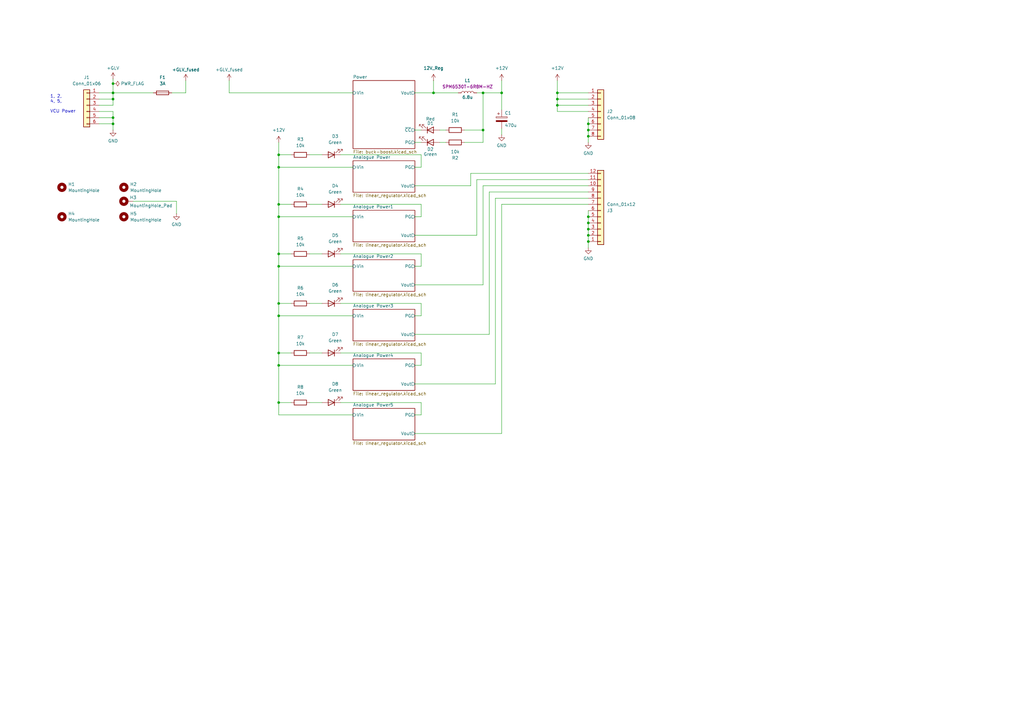
<source format=kicad_sch>
(kicad_sch (version 20250114) (generator "eeschema") (generator_version "9.0")
  (paper "A3")
  (lib_symbols
    (symbol "Connector_Generic:Conn_01x06" (pin_names (offset 1.016) (hide yes))
      (property "Reference" "J" (at 0 7.62 0))
      (property "Value" "Conn_01x06" (at 0 -10.16 0))
      (symbol "Conn_01x06_1_1"
        (rectangle (start -1.27 6.35) (end 1.27 -8.89) (stroke (width 0.254)) (fill (type background)))
        (rectangle (start -1.27 5.207) (end 0 4.953) (stroke (width 0.1524)))
        (rectangle (start -1.27 2.667) (end 0 2.413) (stroke (width 0.1524)))
        (rectangle (start -1.27 0.127) (end 0 -0.127) (stroke (width 0.1524)))
        (rectangle (start -1.27 -2.413) (end 0 -2.667) (stroke (width 0.1524)))
        (rectangle (start -1.27 -4.953) (end 0 -5.207) (stroke (width 0.1524)))
        (rectangle (start -1.27 -7.493) (end 0 -7.747) (stroke (width 0.1524)))
        (pin passive line (at -5.08 5.08 0) (length 3.81) (name "Pin_1") (number "1"))
        (pin passive line (at -5.08 2.54 0) (length 3.81) (name "Pin_2") (number "2"))
        (pin passive line (at -5.08 0 0) (length 3.81) (name "Pin_3") (number "3"))
        (pin passive line (at -5.08 -2.54 0) (length 3.81) (name "Pin_4") (number "4"))
        (pin passive line (at -5.08 -5.08 0) (length 3.81) (name "Pin_5") (number "5"))
        (pin passive line (at -5.08 -7.62 0) (length 3.81) (name "Pin_6") (number "6"))
      )
    )
    (symbol "Connector_Generic:Conn_01x08" (pin_names (offset 1.016) (hide yes))
      (property "Reference" "J" (at 0 10.16 0))
      (property "Value" "Conn_01x08" (at 0 -12.7 0))
      (symbol "Conn_01x08_1_1"
        (rectangle (start -1.27 8.89) (end 1.27 -11.43) (stroke (width 0.254)) (fill (type background)))
        (rectangle (start -1.27 7.747) (end 0 7.493) (stroke (width 0.1524)))
        (rectangle (start -1.27 5.207) (end 0 4.953) (stroke (width 0.1524)))
        (rectangle (start -1.27 2.667) (end 0 2.413) (stroke (width 0.1524)))
        (rectangle (start -1.27 0.127) (end 0 -0.127) (stroke (width 0.1524)))
        (rectangle (start -1.27 -2.413) (end 0 -2.667) (stroke (width 0.1524)))
        (rectangle (start -1.27 -4.953) (end 0 -5.207) (stroke (width 0.1524)))
        (rectangle (start -1.27 -7.493) (end 0 -7.747) (stroke (width 0.1524)))
        (rectangle (start -1.27 -10.033) (end 0 -10.287) (stroke (width 0.1524)))
        (pin passive line (at -5.08 7.62 0) (length 3.81) (name "Pin_1") (number "1"))
        (pin passive line (at -5.08 5.08 0) (length 3.81) (name "Pin_2") (number "2"))
        (pin passive line (at -5.08 2.54 0) (length 3.81) (name "Pin_3") (number "3"))
        (pin passive line (at -5.08 0 0) (length 3.81) (name "Pin_4") (number "4"))
        (pin passive line (at -5.08 -2.54 0) (length 3.81) (name "Pin_5") (number "5"))
        (pin passive line (at -5.08 -5.08 0) (length 3.81) (name "Pin_6") (number "6"))
        (pin passive line (at -5.08 -7.62 0) (length 3.81) (name "Pin_7") (number "7"))
        (pin passive line (at -5.08 -10.16 0) (length 3.81) (name "Pin_8") (number "8"))
      )
    )
    (symbol "Connector_Generic:Conn_01x12" (pin_names (offset 1.016) (hide yes))
      (property "Reference" "J" (at 0 15.24 0))
      (property "Value" "Conn_01x12" (at 0 -17.78 0))
      (symbol "Conn_01x12_1_1"
        (rectangle (start -1.27 13.97) (end 1.27 -16.51) (stroke (width 0.254)) (fill (type background)))
        (rectangle (start -1.27 12.827) (end 0 12.573) (stroke (width 0.1524)))
        (rectangle (start -1.27 10.287) (end 0 10.033) (stroke (width 0.1524)))
        (rectangle (start -1.27 7.747) (end 0 7.493) (stroke (width 0.1524)))
        (rectangle (start -1.27 5.207) (end 0 4.953) (stroke (width 0.1524)))
        (rectangle (start -1.27 2.667) (end 0 2.413) (stroke (width 0.1524)))
        (rectangle (start -1.27 0.127) (end 0 -0.127) (stroke (width 0.1524)))
        (rectangle (start -1.27 -2.413) (end 0 -2.667) (stroke (width 0.1524)))
        (rectangle (start -1.27 -4.953) (end 0 -5.207) (stroke (width 0.1524)))
        (rectangle (start -1.27 -7.493) (end 0 -7.747) (stroke (width 0.1524)))
        (rectangle (start -1.27 -10.033) (end 0 -10.287) (stroke (width 0.1524)))
        (rectangle (start -1.27 -12.573) (end 0 -12.827) (stroke (width 0.1524)))
        (rectangle (start -1.27 -15.113) (end 0 -15.367) (stroke (width 0.1524)))
        (pin passive line (at -5.08 12.7 0) (length 3.81) (name "Pin_1") (number "1"))
        (pin passive line (at -5.08 10.16 0) (length 3.81) (name "Pin_2") (number "2"))
        (pin passive line (at -5.08 7.62 0) (length 3.81) (name "Pin_3") (number "3"))
        (pin passive line (at -5.08 5.08 0) (length 3.81) (name "Pin_4") (number "4"))
        (pin passive line (at -5.08 2.54 0) (length 3.81) (name "Pin_5") (number "5"))
        (pin passive line (at -5.08 0 0) (length 3.81) (name "Pin_6") (number "6"))
        (pin passive line (at -5.08 -2.54 0) (length 3.81) (name "Pin_7") (number "7"))
        (pin passive line (at -5.08 -5.08 0) (length 3.81) (name "Pin_8") (number "8"))
        (pin passive line (at -5.08 -7.62 0) (length 3.81) (name "Pin_9") (number "9"))
        (pin passive line (at -5.08 -10.16 0) (length 3.81) (name "Pin_10") (number "10"))
        (pin passive line (at -5.08 -12.7 0) (length 3.81) (name "Pin_11") (number "11"))
        (pin passive line (at -5.08 -15.24 0) (length 3.81) (name "Pin_12") (number "12"))
      )
    )
    (symbol "Device:C_Polarized" (pin_numbers (hide yes)) (pin_names (offset 0.254))
      (property "Reference" "C" (at 0.635 2.54 0))
      (property "Value" "C_Polarized" (at 0.635 -2.54 0))
      (symbol "C_Polarized_0_1"
        (rectangle (start -2.286 0.508) (end 2.286 1.016))
        (polyline (pts (xy -1.778 2.286) (xy -0.762 2.286)))
        (polyline (pts (xy -1.27 2.794) (xy -1.27 1.778)))
        (rectangle (start 2.286 -0.508) (end -2.286 -1.016) (fill (type outline)))
      )
      (symbol "C_Polarized_1_1"
        (pin passive line (at 0 3.81 270) (length 2.794) (name "~") (number "1"))
        (pin passive line (at 0 -3.81 90) (length 2.794) (name "~") (number "2"))
      )
    )
    (symbol "Device:Fuse" (pin_numbers (hide yes)) (pin_names (offset 0))
      (property "Reference" "F" (at 2.032 0 90))
      (property "Value" "Fuse" (at -1.905 0 90))
      (symbol "Fuse_0_1"
        (rectangle (start -0.762 -2.54) (end 0.762 2.54) (stroke (width 0.254)))
        (polyline (pts (xy 0 2.54) (xy 0 -2.54)))
      )
      (symbol "Fuse_1_1"
        (pin passive line (at 0 3.81 270) (length 1.27) (name "~") (number "1"))
        (pin passive line (at 0 -3.81 90) (length 1.27) (name "~") (number "2"))
      )
    )
    (symbol "Device:L" (pin_numbers (hide yes)) (pin_names (offset 1.016) (hide yes))
      (property "Reference" "L" (at -1.27 0 90))
      (property "Value" "L" (at 1.905 0 90))
      (symbol "L_0_1"
        (arc (start 0 2.54) (mid 0.6323 1.905) (end 0 1.27))
        (arc (start 0 1.27) (mid 0.6323 0.635) (end 0 0))
        (arc (start 0 0) (mid 0.6323 -0.635) (end 0 -1.27))
        (arc (start 0 -1.27) (mid 0.6323 -1.905) (end 0 -2.54))
      )
      (symbol "L_1_1"
        (pin passive line (at 0 3.81 270) (length 1.27) (name "1") (number "1"))
        (pin passive line (at 0 -3.81 90) (length 1.27) (name "2") (number "2"))
      )
    )
    (symbol "Device:LED" (pin_numbers (hide yes)) (pin_names (offset 1.016) (hide yes))
      (property "Reference" "D" (at 0 2.54 0))
      (property "Value" "LED" (at 0 -2.54 0))
      (symbol "LED_0_1"
        (polyline (pts (xy -3.048 -0.762) (xy -4.572 -2.286) (xy -3.81 -2.286) (xy -4.572 -2.286) (xy -4.572 -1.524)))
        (polyline (pts (xy -1.778 -0.762) (xy -3.302 -2.286) (xy -2.54 -2.286) (xy -3.302 -2.286) (xy -3.302 -1.524)))
        (polyline (pts (xy -1.27 0) (xy 1.27 0)))
        (polyline (pts (xy -1.27 -1.27) (xy -1.27 1.27)) (stroke (width 0.254)))
        (polyline (pts (xy 1.27 -1.27) (xy 1.27 1.27) (xy -1.27 0) (xy 1.27 -1.27)) (stroke (width 0.254)))
      )
      (symbol "LED_1_1"
        (pin passive line (at -3.81 0 0) (length 2.54) (name "K") (number "1"))
        (pin passive line (at 3.81 0 180) (length 2.54) (name "A") (number "2"))
      )
    )
    (symbol "Device:R" (pin_numbers (hide yes)) (pin_names (offset 0))
      (property "Reference" "R" (at 2.032 0 90))
      (property "Value" "R" (at 0 0 90))
      (symbol "R_0_1"
        (rectangle (start -1.016 -2.54) (end 1.016 2.54) (stroke (width 0.254)))
      )
      (symbol "R_1_1"
        (pin passive line (at 0 3.81 270) (length 1.27) (name "~") (number "1"))
        (pin passive line (at 0 -3.81 90) (length 1.27) (name "~") (number "2"))
      )
    )
    (symbol "Mechanical:MountingHole" (pin_names (offset 1.016)) (in_bom no)
      (property "Reference" "H" (at 0 5.08 0))
      (property "Value" "MountingHole" (at 0 3.175 0))
      (symbol "MountingHole_0_1"
        (circle (center 0 0) (radius 1.27) (stroke (width 1.27)))
      )
    )
    (symbol "Mechanical:MountingHole_Pad" (pin_numbers (hide yes)) (pin_names (offset 1.016) (hide yes)) (in_bom no)
      (property "Reference" "H" (at 0 6.35 0))
      (property "Value" "MountingHole_Pad" (at 0 4.445 0))
      (symbol "MountingHole_Pad_0_1"
        (circle (center 0 1.27) (radius 1.27) (stroke (width 1.27)))
      )
      (symbol "MountingHole_Pad_1_1"
        (pin input line (at 0 -2.54 90) (length 2.54) (name "1") (number "1"))
      )
    )
    (symbol "power:+12V" (power) (pin_numbers (hide yes)) (pin_names (offset 0) (hide yes))
      (property "Value" "+12V" (at 0 3.556 0))
      (symbol "+12V_0_1"
        (polyline (pts (xy -0.762 1.27) (xy 0 2.54)))
        (polyline (pts (xy 0 2.54) (xy 0.762 1.27)))
        (polyline (pts (xy 0 0) (xy 0 2.54)))
      )
      (symbol "+12V_1_1"
        (pin power_in line (at 0 0 90) (length 0) (name "~") (number "1"))
      )
    )
    (symbol "power:GND" (power) (pin_numbers (hide yes)) (pin_names (offset 0) (hide yes))
      (property "Value" "GND" (at 0 -3.81 0))
      (symbol "GND_0_1"
        (polyline (pts (xy 0 0) (xy 0 -1.27) (xy 1.27 -1.27) (xy 0 -2.54) (xy -1.27 -1.27) (xy 0 -1.27)))
      )
      (symbol "GND_1_1"
        (pin power_in line (at 0 0 270) (length 0) (name "~") (number "1"))
      )
    )
    (symbol "power:PWR_FLAG" (power) (pin_numbers (hide yes)) (pin_names (offset 0) (hide yes))
      (property "Value" "PWR_FLAG" (at 0 3.81 0))
      (symbol "PWR_FLAG_0_0"
        (pin power_out line (at 0 0 90) (length 0) (name "~") (number "1"))
      )
      (symbol "PWR_FLAG_0_1"
        (polyline (pts (xy 0 0) (xy 0 1.27) (xy -1.016 1.905) (xy 0 2.54) (xy 1.016 1.905) (xy 0 1.27)))
      )
    )
  )
  (text "1, 2,\n4, 5,\n\nVCU Power" (at 20.574 38.862 0) (effects (font (size 1.27 1.27)) (justify left top)))
  (junction (at 198.12 38.1))
  (junction (at 114.3 109.22))
  (junction (at 46.355 48.26))
  (junction (at 114.3 104.14))
  (junction (at 114.3 149.86))
  (junction (at 114.3 129.54))
  (junction (at 198.12 53.34))
  (junction (at 228.6 40.64))
  (junction (at 114.3 83.82))
  (junction (at 114.3 165.1))
  (junction (at 241.3 96.52))
  (junction (at 114.3 124.46))
  (junction (at 46.355 50.8))
  (junction (at 114.3 144.78))
  (junction (at 241.3 55.88))
  (junction (at 228.6 38.1))
  (junction (at 241.3 99.06))
  (junction (at 241.3 91.44))
  (junction (at 46.355 40.64))
  (junction (at 205.74 38.1))
  (junction (at 241.3 88.9))
  (junction (at 177.8 38.1))
  (junction (at 241.3 53.34))
  (junction (at 114.3 63.5))
  (junction (at 114.3 68.58))
  (junction (at 228.6 43.18))
  (junction (at 46.355 34.29))
  (junction (at 241.3 93.98))
  (junction (at 114.3 88.9))
  (junction (at 46.355 38.1))
  (junction (at 241.3 50.8))
  (wire (pts (xy 241.3 96.52) (xy 241.3 99.06)))
  (wire (pts (xy 241.3 86.36) (xy 241.3 88.9)))
  (wire (pts (xy 114.3 149.86) (xy 114.3 165.1)))
  (wire (pts (xy 114.3 58.42) (xy 114.3 63.5)))
  (wire (pts (xy 180.34 58.42) (xy 182.88 58.42)))
  (wire (pts (xy 241.3 99.06) (xy 241.3 101.6)))
  (wire (pts (xy 170.18 157.48) (xy 203.2 157.48)))
  (wire (pts (xy 241.3 38.1) (xy 228.6 38.1)))
  (wire (pts (xy 114.3 165.1) (xy 119.38 165.1)))
  (wire (pts (xy 46.355 38.1) (xy 46.355 40.64)))
  (wire (pts (xy 114.3 109.22) (xy 114.3 124.46)))
  (wire (pts (xy 170.18 76.2) (xy 193.04 76.2)))
  (wire (pts (xy 241.3 48.26) (xy 241.3 50.8)))
  (wire (pts (xy 93.98 33.02) (xy 93.98 38.1)))
  (wire (pts (xy 177.8 33.02) (xy 177.8 38.1)))
  (wire (pts (xy 228.6 33.02) (xy 228.6 38.1)))
  (wire (pts (xy 40.64 38.1) (xy 46.355 38.1)))
  (wire (pts (xy 40.64 50.8) (xy 46.355 50.8)))
  (wire (pts (xy 139.7 83.82) (xy 172.72 83.82)))
  (wire (pts (xy 241.3 50.8) (xy 241.3 53.34)))
  (wire (pts (xy 241.3 53.34) (xy 241.3 55.88)))
  (wire (pts (xy 203.2 157.48) (xy 203.2 81.28)))
  (wire (pts (xy 205.74 38.1) (xy 205.74 45.085)))
  (wire (pts (xy 170.18 58.42) (xy 172.72 58.42)))
  (wire (pts (xy 139.7 104.14) (xy 172.72 104.14)))
  (wire (pts (xy 144.78 129.54) (xy 114.3 129.54)))
  (wire (pts (xy 172.72 124.46) (xy 172.72 129.54)))
  (wire (pts (xy 46.355 38.1) (xy 62.865 38.1)))
  (wire (pts (xy 72.39 82.55) (xy 72.39 87.63)))
  (wire (pts (xy 114.3 63.5) (xy 119.38 63.5)))
  (wire (pts (xy 172.72 129.54) (xy 170.18 129.54)))
  (wire (pts (xy 127 124.46) (xy 132.08 124.46)))
  (wire (pts (xy 114.3 165.1) (xy 114.3 170.18)))
  (wire (pts (xy 144.78 88.9) (xy 114.3 88.9)))
  (wire (pts (xy 172.72 149.86) (xy 170.18 149.86)))
  (wire (pts (xy 190.5 53.34) (xy 198.12 53.34)))
  (wire (pts (xy 170.18 53.34) (xy 172.72 53.34)))
  (wire (pts (xy 46.355 50.8) (xy 46.355 53.34)))
  (wire (pts (xy 198.12 58.42) (xy 198.12 53.34)))
  (wire (pts (xy 114.3 144.78) (xy 119.38 144.78)))
  (wire (pts (xy 40.64 43.18) (xy 46.355 43.18)))
  (wire (pts (xy 198.12 38.1) (xy 205.74 38.1)))
  (wire (pts (xy 241.3 43.18) (xy 228.6 43.18)))
  (wire (pts (xy 114.3 124.46) (xy 119.38 124.46)))
  (wire (pts (xy 139.7 124.46) (xy 172.72 124.46)))
  (wire (pts (xy 193.04 76.2) (xy 193.04 71.12)))
  (wire (pts (xy 139.7 165.1) (xy 172.72 165.1)))
  (wire (pts (xy 241.3 88.9) (xy 241.3 91.44)))
  (wire (pts (xy 203.2 81.28) (xy 241.3 81.28)))
  (wire (pts (xy 195.58 96.52) (xy 195.58 73.66)))
  (wire (pts (xy 200.66 137.16) (xy 200.66 78.74)))
  (wire (pts (xy 228.6 38.1) (xy 228.6 40.64)))
  (wire (pts (xy 46.355 45.72) (xy 46.355 48.26)))
  (wire (pts (xy 195.58 38.1) (xy 198.12 38.1)))
  (wire (pts (xy 172.72 104.14) (xy 172.72 109.22)))
  (wire (pts (xy 93.98 38.1) (xy 144.78 38.1)))
  (wire (pts (xy 170.18 137.16) (xy 200.66 137.16)))
  (wire (pts (xy 46.355 48.26) (xy 46.355 50.8)))
  (wire (pts (xy 127 144.78) (xy 132.08 144.78)))
  (wire (pts (xy 198.12 116.84) (xy 198.12 76.2)))
  (wire (pts (xy 144.78 149.86) (xy 114.3 149.86)))
  (wire (pts (xy 76.2 33.02) (xy 76.2 38.1)))
  (wire (pts (xy 198.12 53.34) (xy 198.12 38.1)))
  (wire (pts (xy 144.78 68.58) (xy 114.3 68.58)))
  (wire (pts (xy 40.64 45.72) (xy 46.355 45.72)))
  (wire (pts (xy 114.3 124.46) (xy 114.3 129.54)))
  (wire (pts (xy 190.5 58.42) (xy 198.12 58.42)))
  (wire (pts (xy 228.6 45.72) (xy 228.6 43.18)))
  (wire (pts (xy 114.3 83.82) (xy 119.38 83.82)))
  (wire (pts (xy 40.64 48.26) (xy 46.355 48.26)))
  (wire (pts (xy 170.18 177.8) (xy 205.74 177.8)))
  (wire (pts (xy 172.72 144.78) (xy 172.72 149.86)))
  (wire (pts (xy 144.78 109.22) (xy 114.3 109.22)))
  (wire (pts (xy 139.7 63.5) (xy 172.72 63.5)))
  (wire (pts (xy 205.74 52.705) (xy 205.74 55.245)))
  (wire (pts (xy 241.3 40.64) (xy 228.6 40.64)))
  (wire (pts (xy 170.18 96.52) (xy 195.58 96.52)))
  (wire (pts (xy 198.12 76.2) (xy 241.3 76.2)))
  (wire (pts (xy 114.3 63.5) (xy 114.3 68.58)))
  (wire (pts (xy 172.72 63.5) (xy 172.72 68.58)))
  (wire (pts (xy 172.72 68.58) (xy 170.18 68.58)))
  (wire (pts (xy 114.3 104.14) (xy 114.3 109.22)))
  (wire (pts (xy 205.74 177.8) (xy 205.74 83.82)))
  (wire (pts (xy 172.72 88.9) (xy 170.18 88.9)))
  (wire (pts (xy 114.3 83.82) (xy 114.3 88.9)))
  (wire (pts (xy 114.3 88.9) (xy 114.3 104.14)))
  (wire (pts (xy 170.18 116.84) (xy 198.12 116.84)))
  (wire (pts (xy 241.3 55.88) (xy 241.3 58.42)))
  (wire (pts (xy 114.3 144.78) (xy 114.3 149.86)))
  (wire (pts (xy 46.355 40.64) (xy 46.355 43.18)))
  (wire (pts (xy 114.3 129.54) (xy 114.3 144.78)))
  (wire (pts (xy 195.58 73.66) (xy 241.3 73.66)))
  (wire (pts (xy 241.3 91.44) (xy 241.3 93.98)))
  (wire (pts (xy 241.3 45.72) (xy 228.6 45.72)))
  (wire (pts (xy 205.74 33.02) (xy 205.74 38.1)))
  (wire (pts (xy 70.485 38.1) (xy 76.2 38.1)))
  (wire (pts (xy 177.8 38.1) (xy 187.96 38.1)))
  (wire (pts (xy 127 165.1) (xy 132.08 165.1)))
  (wire (pts (xy 241.3 93.98) (xy 241.3 96.52)))
  (wire (pts (xy 172.72 170.18) (xy 170.18 170.18)))
  (wire (pts (xy 127 104.14) (xy 132.08 104.14)))
  (wire (pts (xy 114.3 68.58) (xy 114.3 83.82)))
  (wire (pts (xy 228.6 40.64) (xy 228.6 43.18)))
  (wire (pts (xy 127 83.82) (xy 132.08 83.82)))
  (wire (pts (xy 127 63.5) (xy 132.08 63.5)))
  (wire (pts (xy 170.18 38.1) (xy 177.8 38.1)))
  (wire (pts (xy 144.78 170.18) (xy 114.3 170.18)))
  (wire (pts (xy 54.61 82.55) (xy 72.39 82.55)))
  (wire (pts (xy 114.3 104.14) (xy 119.38 104.14)))
  (wire (pts (xy 172.72 83.82) (xy 172.72 88.9)))
  (wire (pts (xy 180.34 53.34) (xy 182.88 53.34)))
  (wire (pts (xy 205.74 83.82) (xy 241.3 83.82)))
  (wire (pts (xy 46.355 32.385) (xy 46.355 34.29)))
  (wire (pts (xy 46.355 34.29) (xy 46.355 38.1)))
  (wire (pts (xy 200.66 78.74) (xy 241.3 78.74)))
  (wire (pts (xy 172.72 109.22) (xy 170.18 109.22)))
  (wire (pts (xy 139.7 144.78) (xy 172.72 144.78)))
  (wire (pts (xy 193.04 71.12) (xy 241.3 71.12)))
  (wire (pts (xy 172.72 165.1) (xy 172.72 170.18)))
  (wire (pts (xy 40.64 40.64) (xy 46.355 40.64)))
  (symbol (lib_id "Device:R") (at 123.19 63.5 90) (unit 1)
    (property "Reference" "R3" (at 123.19 57.15 90))
    (property "Value" "10k" (at 123.19 59.69 90))
    (property "Footprint" "Resistor_SMD:R_0603_1608Metric" (effects (hide yes)))
    (property "Description" "Resistor" (effects (hide yes)))
  )
  (symbol (lib_id "power:GND") (at 241.3 101.6 0) (unit 1)
    (property "Reference" "#PWR012" (effects (hide yes)))
    (property "Value" "GND" (at 241.3 106.045 0))
    (property "Description" "Power symbol creates a global label with name \"GND\" , ground" (effects (hide yes)))
  )
  (symbol (lib_id "Mechanical:MountingHole_Pad") (at 52.07 82.55 90) (unit 1) (in_bom no)
    (property "Reference" "H3" (at 54.61 81.026 90))
    (property "Value" "MountingHole_Pad" (at 61.976 84.328 90))
    (property "Footprint" "MountingHole:MountingHole_3.2mm_M3_Pad_Via" (effects (hide yes)))
    (property "Description" "Mounting Hole with connection" (effects (hide yes)))
  )
  (symbol (lib_id "power:GND") (at 46.355 53.34 0) (unit 1)
    (property "Reference" "#PWR07" (effects (hide yes)))
    (property "Value" "GND" (at 46.355 57.785 0))
    (property "Description" "Power symbol creates a global label with name \"GND\" , ground" (effects (hide yes)))
  )
  (symbol (lib_id "power:GND") (at 72.39 87.63 0) (unit 1)
    (property "Reference" "#PWR011" (effects (hide yes)))
    (property "Value" "GND" (at 72.39 92.075 0))
    (property "Description" "Power symbol creates a global label with name \"GND\" , ground" (effects (hide yes)))
  )
  (symbol (lib_id "Mechanical:MountingHole") (at 50.8 88.9 0) (unit 1) (in_bom no)
    (property "Reference" "H5" (at 53.34 87.6299 0) (effects (justify left)))
    (property "Value" "MountingHole" (at 53.34 90.1699 0) (effects (justify left)))
    (property "Footprint" "MountingHole:MountingHole_3.2mm_M3_DIN965_Pad_TopBottom" (effects (hide yes)))
    (property "Description" "Mounting Hole without connection" (effects (hide yes)))
  )
  (symbol (lib_id "power:GND") (at 205.74 55.245 0) (unit 1)
    (property "Reference" "#PWR08" (effects (hide yes)))
    (property "Value" "GND" (at 205.74 59.69 0))
    (property "Description" "Power symbol creates a global label with name \"GND\" , ground" (effects (hide yes)))
  )
  (symbol (lib_id "Mechanical:MountingHole") (at 25.4 88.9 0) (unit 1) (in_bom no)
    (property "Reference" "H4" (at 27.94 87.6299 0) (effects (justify left)))
    (property "Value" "MountingHole" (at 27.94 90.1699 0) (effects (justify left)))
    (property "Footprint" "MountingHole:MountingHole_3.2mm_M3_DIN965_Pad_TopBottom" (effects (hide yes)))
    (property "Description" "Mounting Hole without connection" (effects (hide yes)))
  )
  (symbol (lib_id "Connector_Generic:Conn_01x08") (at 246.38 45.72 0) (unit 1)
    (property "Reference" "J2" (at 248.92 45.7199 0) (effects (justify left)))
    (property "Value" "Conn_01x08" (at 248.92 48.2599 0) (effects (justify left)))
    (property "Footprint" "Connector_Molex:Molex_Micro-Fit_3.0_43045-0800_2x04_P3.00mm_Horizontal" (effects (hide yes)))
    (property "Description" "Generic connector, single row, 01x08, script generated (kicad-library-utils/schlib/autogen/connector/)" (effects (hide yes)))
  )
  (symbol (lib_id "Device:LED") (at 135.89 144.78 180) (unit 1)
    (property "Reference" "D7" (at 137.4775 137.16 0))
    (property "Value" "Green" (at 137.4775 139.7 0))
    (property "Footprint" "LED_SMD:LED_0603_1608Metric" (effects (hide yes)))
    (property "Description" "Light emitting diode" (effects (hide yes)))
    (property "Sim.Pins" "1=K 2=A" (effects (hide yes)))
  )
  (symbol (lib_id "power:+12V") (at 46.355 32.385 0) (unit 1)
    (property "Reference" "#PWR01" (effects (hide yes)))
    (property "Value" "+GLV" (at 46.355 27.94 0))
    (property "Description" "Power symbol creates a global label with name \"+12V\"" (effects (hide yes)))
  )
  (symbol (lib_id "Device:R") (at 186.69 53.34 90) (unit 1)
    (property "Reference" "R1" (at 186.69 46.99 90))
    (property "Value" "10k" (at 186.69 49.53 90))
    (property "Footprint" "Resistor_SMD:R_0603_1608Metric" (effects (hide yes)))
    (property "Description" "Resistor" (effects (hide yes)))
  )
  (symbol (lib_id "Device:R") (at 123.19 144.78 90) (unit 1)
    (property "Reference" "R7" (at 123.19 138.43 90))
    (property "Value" "10k" (at 123.19 140.97 90))
    (property "Footprint" "Resistor_SMD:R_0603_1608Metric" (effects (hide yes)))
    (property "Description" "Resistor" (effects (hide yes)))
  )
  (symbol (lib_id "Device:Fuse") (at 66.675 38.1 270) (unit 1)
    (property "Reference" "F1" (at 66.675 31.75 90))
    (property "Value" "3A" (at 66.675 34.29 90))
    (property "Footprint" "Fuse:Fuse_1206_3216Metric" (effects (hide yes)))
    (property "Description" "Fuse" (effects (hide yes)))
  )
  (symbol (lib_id "power:+12V") (at 228.6 33.02 0) (unit 1)
    (property "Reference" "#PWR06" (effects (hide yes)))
    (property "Value" "+12V" (at 228.6 27.94 0))
    (property "Description" "Power symbol creates a global label with name \"+12V\"" (effects (hide yes)))
  )
  (symbol (lib_id "Device:LED") (at 135.89 83.82 180) (unit 1)
    (property "Reference" "D4" (at 137.4775 76.2 0))
    (property "Value" "Green" (at 137.4775 78.74 0))
    (property "Footprint" "LED_SMD:LED_0603_1608Metric" (effects (hide yes)))
    (property "Description" "Light emitting diode" (effects (hide yes)))
    (property "Sim.Pins" "1=K 2=A" (effects (hide yes)))
  )
  (symbol (lib_id "Device:LED") (at 176.53 53.34 0) (mirror x) (unit 1)
    (property "Reference" "D1" (at 176.53 50.546 0))
    (property "Value" "Red" (at 176.53 48.768 0))
    (property "Footprint" "LED_SMD:LED_0603_1608Metric" (effects (hide yes)))
    (property "Description" "Light emitting diode" (effects (hide yes)))
    (property "Sim.Pins" "1=K 2=A" (effects (hide yes)))
  )
  (symbol (lib_id "Device:LED") (at 135.89 165.1 180) (unit 1)
    (property "Reference" "D8" (at 137.4775 157.48 0))
    (property "Value" "Green" (at 137.4775 160.02 0))
    (property "Footprint" "LED_SMD:LED_0603_1608Metric" (effects (hide yes)))
    (property "Description" "Light emitting diode" (effects (hide yes)))
    (property "Sim.Pins" "1=K 2=A" (effects (hide yes)))
  )
  (symbol (lib_id "power:PWR_FLAG") (at 46.355 34.29 270) (unit 1)
    (property "Reference" "#FLG01" (effects (hide yes)))
    (property "Value" "PWR_FLAG" (at 49.53 34.2899 90) (effects (justify left)))
    (property "Description" "Special symbol for telling ERC where power comes from" (effects (hide yes)))
  )
  (symbol (lib_id "power:GND") (at 241.3 58.42 0) (unit 1)
    (property "Reference" "#PWR010" (effects (hide yes)))
    (property "Value" "GND" (at 241.3 62.865 0))
    (property "Description" "Power symbol creates a global label with name \"GND\" , ground" (effects (hide yes)))
  )
  (symbol (lib_id "Mechanical:MountingHole") (at 25.4 76.835 0) (unit 1) (in_bom no)
    (property "Reference" "H1" (at 27.94 75.5649 0) (effects (justify left)))
    (property "Value" "MountingHole" (at 27.94 78.1049 0) (effects (justify left)))
    (property "Footprint" "MountingHole:MountingHole_3.2mm_M3_DIN965_Pad_TopBottom" (effects (hide yes)))
    (property "Description" "Mounting Hole without connection" (effects (hide yes)))
  )
  (symbol (lib_id "Mechanical:MountingHole") (at 50.8 76.835 0) (unit 1) (in_bom no)
    (property "Reference" "H2" (at 53.34 75.5649 0) (effects (justify left)))
    (property "Value" "MountingHole" (at 53.34 78.1049 0) (effects (justify left)))
    (property "Footprint" "MountingHole:MountingHole_3.2mm_M3_DIN965_Pad_TopBottom" (effects (hide yes)))
    (property "Description" "Mounting Hole without connection" (effects (hide yes)))
  )
  (symbol (lib_id "power:+12V") (at 93.98 33.02 0) (unit 1)
    (property "Reference" "#PWR03" (effects (hide yes)))
    (property "Value" "+GLV_fused" (at 93.98 28.575 0))
    (property "Description" "Power symbol creates a global label with name \"+12V\"" (effects (hide yes)))
  )
  (symbol (lib_id "Device:LED") (at 135.89 124.46 180) (unit 1)
    (property "Reference" "D6" (at 137.4775 116.84 0))
    (property "Value" "Green" (at 137.4775 119.38 0))
    (property "Footprint" "LED_SMD:LED_0603_1608Metric" (effects (hide yes)))
    (property "Description" "Light emitting diode" (effects (hide yes)))
    (property "Sim.Pins" "1=K 2=A" (effects (hide yes)))
  )
  (symbol (lib_id "power:+12V") (at 114.3 58.42 0) (unit 1)
    (property "Reference" "#PWR09" (effects (hide yes)))
    (property "Value" "+12V" (at 114.3 53.34 0))
    (property "Description" "Power symbol creates a global label with name \"+12V\"" (effects (hide yes)))
  )
  (symbol (lib_id "Device:R") (at 186.69 58.42 90) (mirror x) (unit 1)
    (property "Reference" "R2" (at 186.69 64.77 90))
    (property "Value" "10k" (at 186.69 62.23 90))
    (property "Footprint" "Resistor_SMD:R_0603_1608Metric" (effects (hide yes)))
    (property "Description" "Resistor" (effects (hide yes)))
  )
  (symbol (lib_id "Device:R") (at 123.19 165.1 90) (unit 1)
    (property "Reference" "R8" (at 123.19 158.75 90))
    (property "Value" "10k" (at 123.19 161.29 90))
    (property "Footprint" "Resistor_SMD:R_0603_1608Metric" (effects (hide yes)))
    (property "Description" "Resistor" (effects (hide yes)))
  )
  (symbol (lib_id "Device:R") (at 123.19 83.82 90) (unit 1)
    (property "Reference" "R4" (at 123.19 77.47 90))
    (property "Value" "10k" (at 123.19 80.01 90))
    (property "Footprint" "Resistor_SMD:R_0603_1608Metric" (effects (hide yes)))
    (property "Description" "Resistor" (effects (hide yes)))
  )
  (symbol (lib_id "power:+12V") (at 177.8 33.02 0) (unit 1)
    (property "Reference" "#PWR04" (effects (hide yes)))
    (property "Value" "12V_Reg" (at 177.8 27.94 0))
    (property "Description" "Power symbol creates a global label with name \"+12V\"" (effects (hide yes)))
  )
  (symbol (lib_id "power:+12V") (at 205.74 33.02 0) (unit 1)
    (property "Reference" "#PWR05" (effects (hide yes)))
    (property "Value" "+12V" (at 205.74 27.94 0))
    (property "Description" "Power symbol creates a global label with name \"+12V\"" (effects (hide yes)))
  )
  (symbol (lib_id "Connector_Generic:Conn_01x12") (at 246.38 86.36 0) (mirror x) (unit 1)
    (property "Reference" "J3" (at 248.92 86.3601 0) (effects (justify left)))
    (property "Value" "Conn_01x12" (at 248.92 83.8201 0) (effects (justify left)))
    (property "Footprint" "Connector_Molex:Molex_Micro-Fit_3.0_43045-1200_2x06_P3.00mm_Horizontal" (effects (hide yes)))
    (property "Description" "Generic connector, single row, 01x12, script generated (kicad-library-utils/schlib/autogen/connector/)" (effects (hide yes)))
  )
  (symbol (lib_id "Device:LED") (at 135.89 63.5 180) (unit 1)
    (property "Reference" "D3" (at 137.4775 55.88 0))
    (property "Value" "Green" (at 137.4775 58.42 0))
    (property "Footprint" "LED_SMD:LED_0603_1608Metric" (effects (hide yes)))
    (property "Description" "Light emitting diode" (effects (hide yes)))
    (property "Sim.Pins" "1=K 2=A" (effects (hide yes)))
  )
  (symbol (lib_id "Device:R") (at 123.19 124.46 90) (unit 1)
    (property "Reference" "R6" (at 123.19 118.11 90))
    (property "Value" "10k" (at 123.19 120.65 90))
    (property "Footprint" "Resistor_SMD:R_0603_1608Metric" (effects (hide yes)))
    (property "Description" "Resistor" (effects (hide yes)))
  )
  (symbol (lib_id "Device:LED") (at 135.89 104.14 180) (unit 1)
    (property "Reference" "D5" (at 137.4775 96.52 0))
    (property "Value" "Green" (at 137.4775 99.06 0))
    (property "Footprint" "LED_SMD:LED_0603_1608Metric" (effects (hide yes)))
    (property "Description" "Light emitting diode" (effects (hide yes)))
    (property "Sim.Pins" "1=K 2=A" (effects (hide yes)))
  )
  (symbol (lib_id "Device:C_Polarized") (at 205.74 48.895 0) (unit 1)
    (property "Reference" "C1" (at 207.01 46.355 0) (effects (justify left)))
    (property "Value" "470u" (at 207.01 51.435 0) (effects (justify left)))
    (property "Footprint" "Capacitor_THT:CP_Radial_D10.0mm_P5.00mm" (effects (hide yes)))
    (property "Description" "Polarized capacitor" (effects (hide yes)))
  )
  (symbol (lib_id "power:+12V") (at 76.2 33.02 0) (unit 1)
    (property "Reference" "#PWR02" (effects (hide yes)))
    (property "Value" "+GLV_fused" (at 76.2 28.575 0))
    (property "Description" "Power symbol creates a global label with name \"+12V\"" (effects (hide yes)))
  )
  (symbol (lib_id "Connector_Generic:Conn_01x06") (at 35.56 43.18 0) (mirror y) (unit 1)
    (property "Reference" "J1" (at 35.56 31.75 0))
    (property "Value" "Conn_01x06" (at 35.56 34.29 0))
    (property "Footprint" "Connector_Molex:Molex_Micro-Fit_3.0_43045-0600_2x03_P3.00mm_Horizontal" (effects (hide yes)))
    (property "Description" "Generic connector, single row, 01x06, script generated (kicad-library-utils/schlib/autogen/connector/)" (effects (hide yes)))
  )
  (symbol (lib_id "Device:R") (at 123.19 104.14 90) (unit 1)
    (property "Reference" "R5" (at 123.19 97.79 90))
    (property "Value" "10k" (at 123.19 100.33 90))
    (property "Footprint" "Resistor_SMD:R_0603_1608Metric" (effects (hide yes)))
    (property "Description" "Resistor" (effects (hide yes)))
  )
  (symbol (lib_id "Device:L") (at 191.77 38.1 90) (unit 1)
    (property "Reference" "L1" (at 191.77 33.02 90))
    (property "Value" "6.8u" (at 191.77 39.878 90))
    (property "Footprint" "SamacSys:SPM6530" (effects (hide yes)))
    (property "Description" "Inductor" (effects (hide yes)))
    (property "P/N" "SPM6530T-6R8M-HZ" (at 191.77 35.56 90))
  )
  (symbol (lib_id "Device:LED") (at 176.53 58.42 0) (mirror x) (unit 1)
    (property "Reference" "D2" (at 176.53 61.214 0))
    (property "Value" "Green" (at 176.53 63.246 0))
    (property "Footprint" "LED_SMD:LED_0603_1608Metric" (effects (hide yes)))
    (property "Description" "Light emitting diode" (effects (hide yes)))
    (property "Sim.Pins" "1=K 2=A" (effects (hide yes)))
  )
  (sheet (at 144.78 167.513) (size 25.4 12.954) (stroke (width 0.1524))
    (property "Sheetname" "Analogue Power5" (at 144.78 166.8014 0) (effects (justify left bottom)))
    (property "Sheetfile" "linear_regulator.kicad_sch" (at 144.78 181.0516 0) (effects (justify left top)))
    (pin "PG" output (at 170.18 170.18 0))
    (pin "Vin" input (at 144.78 170.18 180))
    (pin "Vout" output (at 170.18 177.8 0))
  )
  (sheet (at 144.78 106.553) (size 25.4 12.954) (stroke (width 0.1524))
    (property "Sheetname" "Analogue Power2" (at 144.78 105.8414 0) (effects (justify left bottom)))
    (property "Sheetfile" "linear_regulator.kicad_sch" (at 144.78 120.0916 0) (effects (justify left top)))
    (pin "PG" output (at 170.18 109.22 0))
    (pin "Vin" input (at 144.78 109.22 180))
    (pin "Vout" output (at 170.18 116.84 0))
  )
  (sheet (at 144.78 86.233) (size 25.4 12.954) (stroke (width 0.1524))
    (property "Sheetname" "Analogue Power1" (at 144.78 85.5214 0) (effects (justify left bottom)))
    (property "Sheetfile" "linear_regulator.kicad_sch" (at 144.78 99.7716 0) (effects (justify left top)))
    (pin "PG" output (at 170.18 88.9 0))
    (pin "Vin" input (at 144.78 88.9 180))
    (pin "Vout" output (at 170.18 96.52 0))
  )
  (sheet (at 144.78 33.02) (size 25.4 27.94) (stroke (width 0.1524))
    (property "Sheetname" "Power" (at 144.78 32.3084 0) (effects (justify left bottom)))
    (property "Sheetfile" "buck-boost.kicad_sch" (at 144.78 61.5446 0) (effects (justify left top)))
    (pin "PG" output (at 170.18 58.42 0))
    (pin "Vin" input (at 144.78 38.1 180))
    (pin "Vout" output (at 170.18 38.1 0))
    (pin "~{CC}" output (at 170.18 53.34 0))
  )
  (sheet (at 144.78 126.873) (size 25.4 12.954) (stroke (width 0.1524))
    (property "Sheetname" "Analogue Power3" (at 144.78 126.1614 0) (effects (justify left bottom)))
    (property "Sheetfile" "linear_regulator.kicad_sch" (at 144.78 140.4116 0) (effects (justify left top)))
    (pin "PG" output (at 170.18 129.54 0))
    (pin "Vin" input (at 144.78 129.54 180))
    (pin "Vout" output (at 170.18 137.16 0))
  )
  (sheet (at 144.78 147.193) (size 25.4 12.954) (stroke (width 0.1524))
    (property "Sheetname" "Analogue Power4" (at 144.78 146.4814 0) (effects (justify left bottom)))
    (property "Sheetfile" "linear_regulator.kicad_sch" (at 144.78 160.7316 0) (effects (justify left top)))
    (pin "PG" output (at 170.18 149.86 0))
    (pin "Vin" input (at 144.78 149.86 180))
    (pin "Vout" output (at 170.18 157.48 0))
  )
  (sheet (at 144.78 65.913) (size 25.4 12.954) (stroke (width 0.1524))
    (property "Sheetname" "Analogue Power" (at 144.78 65.2014 0) (effects (justify left bottom)))
    (property "Sheetfile" "linear_regulator.kicad_sch" (at 144.78 79.4516 0) (effects (justify left top)))
    (pin "PG" output (at 170.18 68.58 0))
    (pin "Vin" input (at 144.78 68.58 180))
    (pin "Vout" output (at 170.18 76.2 0))
  )
)
</source>
